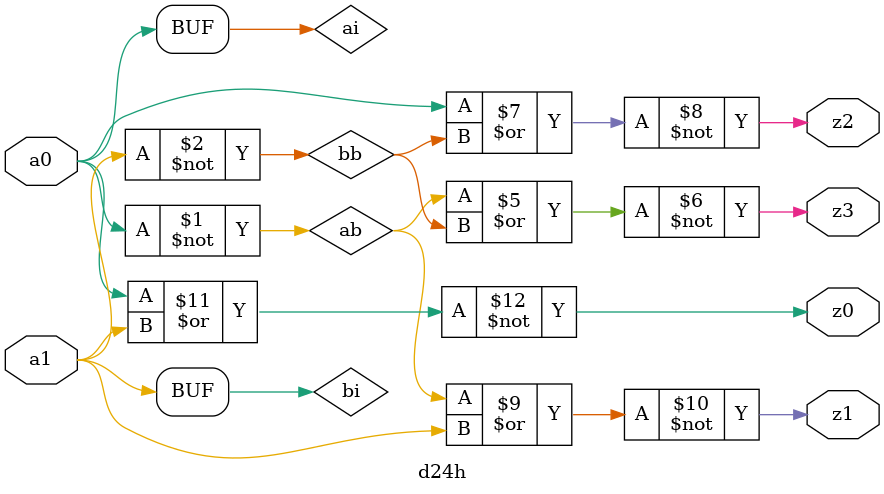
<source format=v>
`include "defs.v"

module d24h
(
	output		z0,
	output		z1,
	output		z2,
	output		z3,

	input		a0,
	input		a1
);

// from tosh_to_moto.v

wire ab;
wire bb;

wire ai;
wire bi;

assign ab = ~a0;
assign bb = ~a1;

assign ai = ~ab;
assign bi = ~bb;

assign z3 = ~(ab | bb);
assign z2 = ~(ai | bb);
assign z1 = ~(ab | bi);
assign z0 = ~(ai | bi);

endmodule

</source>
